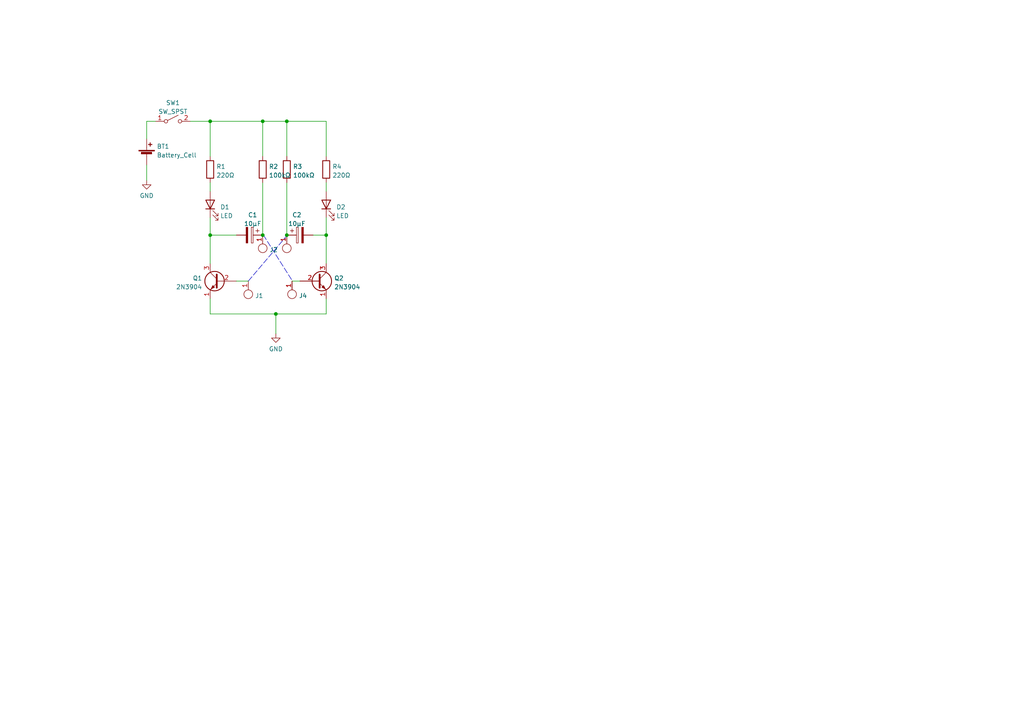
<source format=kicad_sch>
(kicad_sch (version 20211123) (generator eeschema)
  (paper "A4")
  (lib_symbols
    (symbol "Blinky:Jumper_1"
      (property "Reference" "J" (at 0 -2.54 0))
      (symbol "Jumper_1_0_1"
        (circle (center 0 0) (radius 1.27) (stroke (width 0.1524)))
      )
      (symbol "Jumper_1_1_1"
        (pin unspecified line (at 3.81 0 180) (length 2.54) (name "") (number "1"))
      )
    )
    (symbol "Device:Battery_Cell" (pin_numbers hide) (pin_names (offset 0) hide)
      (property "Reference" "BT" (at 2.54 2.54 0))
      (property "Value" "Battery_Cell" (at 2.54 0 0))
      (symbol "Battery_Cell_0_1"
        (rectangle (start -2.286 1.778) (end 2.286 1.524) (fill (type outline)))
        (rectangle (start -1.5748 1.1938) (end 1.4732 0.6858) (fill (type outline)))
        (polyline (pts (xy 0 0.762) (xy 0 0)))
        (polyline (pts (xy 0 1.778) (xy 0 2.54)))
        (polyline (pts (xy 0.508 3.429) (xy 1.524 3.429)) (stroke (width 0.254)))
        (polyline (pts (xy 1.016 3.937) (xy 1.016 2.921)) (stroke (width 0.254)))
      )
      (symbol "Battery_Cell_1_1"
        (pin passive line (at 0 5.08 270) (length 2.54) (name "+") (number "1"))
        (pin passive line (at 0 -2.54 90) (length 2.54) (name "-") (number "2"))
      )
    )
    (symbol "Device:C_Polarized" (pin_numbers hide) (pin_names (offset 0.254))
      (property "Reference" "C" (at 0.635 2.54 0))
      (property "Value" "C_Polarized" (at 0.635 -2.54 0))
      (symbol "C_Polarized_0_1"
        (rectangle (start -2.286 0.508) (end 2.286 1.016))
        (polyline (pts (xy -1.778 2.286) (xy -0.762 2.286)))
        (polyline (pts (xy -1.27 2.794) (xy -1.27 1.778)))
        (rectangle (start 2.286 -0.508) (end -2.286 -1.016) (fill (type outline)))
      )
      (symbol "C_Polarized_1_1"
        (pin passive line (at 0 3.81 270) (length 2.794) (name "~") (number "1"))
        (pin passive line (at 0 -3.81 90) (length 2.794) (name "~") (number "2"))
      )
    )
    (symbol "Device:LED" (pin_numbers hide) (pin_names (offset 1.016) hide)
      (property "Reference" "D" (at 0 2.54 0))
      (property "Value" "LED" (at 0 -2.54 0))
      (symbol "LED_0_1"
        (polyline (pts (xy -1.27 -1.27) (xy -1.27 1.27)) (stroke (width 0.254)))
        (polyline (pts (xy -1.27 0) (xy 1.27 0)))
        (polyline (pts (xy 1.27 -1.27) (xy 1.27 1.27) (xy -1.27 0) (xy 1.27 -1.27)) (stroke (width 0.254)))
        (polyline (pts (xy -3.048 -0.762) (xy -4.572 -2.286) (xy -3.81 -2.286) (xy -4.572 -2.286) (xy -4.572 -1.524)))
        (polyline (pts (xy -1.778 -0.762) (xy -3.302 -2.286) (xy -2.54 -2.286) (xy -3.302 -2.286) (xy -3.302 -1.524)))
      )
      (symbol "LED_1_1"
        (pin passive line (at -3.81 0 0) (length 2.54) (name "K") (number "1"))
        (pin passive line (at 3.81 0 180) (length 2.54) (name "A") (number "2"))
      )
    )
    (symbol "Device:R" (pin_numbers hide) (pin_names (offset 0))
      (property "Reference" "R" (at 2.032 0 90))
      (property "Value" "R" (at 0 0 90))
      (symbol "R_0_1"
        (rectangle (start -1.016 -2.54) (end 1.016 2.54) (stroke (width 0.254)))
      )
      (symbol "R_1_1"
        (pin passive line (at 0 3.81 270) (length 1.27) (name "~") (number "1"))
        (pin passive line (at 0 -3.81 90) (length 1.27) (name "~") (number "2"))
      )
    )
    (symbol "Switch:SW_SPST" (pin_names (offset 0) hide)
      (property "Reference" "SW" (at 0 3.175 0))
      (property "Value" "SW_SPST" (at 0 -2.54 0))
      (symbol "SW_SPST_0_0"
        (circle (center -2.032 0) (radius 0.508))
        (polyline (pts (xy -1.524 0.254) (xy 1.524 1.778)))
        (circle (center 2.032 0) (radius 0.508))
      )
      (symbol "SW_SPST_1_1"
        (pin passive line (at -5.08 0 0) (length 2.54) (name "A") (number "1"))
        (pin passive line (at 5.08 0 180) (length 2.54) (name "B") (number "2"))
      )
    )
    (symbol "Transistor_BJT:2N3904" (pin_names (offset 0) hide)
      (property "Reference" "Q" (at 5.08 1.905 0))
      (property "Value" "2N3904" (at 5.08 0 0))
      (symbol "2N3904_0_1"
        (polyline (pts (xy 0.635 0.635) (xy 2.54 2.54)))
        (polyline (pts (xy 0.635 -0.635) (xy 2.54 -2.54) (xy 2.54 -2.54)))
        (polyline (pts (xy 0.635 1.905) (xy 0.635 -1.905) (xy 0.635 -1.905)) (stroke (width 0.508)))
        (polyline (pts (xy 1.27 -1.778) (xy 1.778 -1.27) (xy 2.286 -2.286) (xy 1.27 -1.778) (xy 1.27 -1.778)) (fill (type outline)))
        (circle (center 1.27 0) (radius 2.8194) (stroke (width 0.254)))
      )
      (symbol "2N3904_1_1"
        (pin passive line (at 2.54 -5.08 90) (length 2.54) (name "E") (number "1"))
        (pin passive line (at -5.08 0 0) (length 5.715) (name "B") (number "2"))
        (pin passive line (at 2.54 5.08 270) (length 2.54) (name "C") (number "3"))
      )
    )
    (symbol "power:GND" (power) (pin_names (offset 0))
      (property "Value" "GND" (at 0 -3.81 0))
      (symbol "GND_0_1"
        (polyline (pts (xy 0 0) (xy 0 -1.27) (xy 1.27 -1.27) (xy 0 -2.54) (xy -1.27 -1.27) (xy 0 -1.27)))
      )
      (symbol "GND_1_1"
        (pin power_in line (at 0 0 270) (length 0) hide (name "GND") (number "1"))
      )
    )
  )
  (junction (at 76.2 35.179))
  (junction (at 60.96 35.179))
  (junction (at 94.615 68.199))
  (junction (at 80.01 91.059))
  (junction (at 83.185 35.179))
  (junction (at 60.96 68.199))
  (junction (at 83.185 68.199))
  (junction (at 76.2 68.199))
  (wire (pts (xy 60.96 63.119) (xy 60.96 68.199)))
  (wire (pts (xy 84.709 81.534) (xy 86.995 81.534)))
  (wire (pts (xy 42.545 52.324) (xy 42.545 47.879)))
  (polyline (pts (xy 72.009 81.534) (xy 83.439 68.072)))
  (wire (pts (xy 42.545 40.259) (xy 42.545 35.179)))
  (wire (pts (xy 83.185 35.179) (xy 76.2 35.179)))
  (wire (pts (xy 55.245 35.179) (xy 60.96 35.179)))
  (wire (pts (xy 76.2 35.179) (xy 76.2 45.339)))
  (wire (pts (xy 60.96 52.959) (xy 60.96 55.499)))
  (wire (pts (xy 60.96 68.199) (xy 60.96 76.454)))
  (wire (pts (xy 60.96 91.059) (xy 80.01 91.059)))
  (wire (pts (xy 80.01 91.059) (xy 80.01 96.774)))
  (wire (pts (xy 94.615 68.199) (xy 94.615 76.454)))
  (wire (pts (xy 83.185 52.959) (xy 83.185 68.199)))
  (wire (pts (xy 94.615 91.059) (xy 94.615 86.614)))
  (wire (pts (xy 94.615 52.959) (xy 94.615 55.499)))
  (wire (pts (xy 42.545 35.179) (xy 45.085 35.179)))
  (wire (pts (xy 80.01 91.059) (xy 94.615 91.059)))
  (wire (pts (xy 60.96 35.179) (xy 60.96 45.339)))
  (wire (pts (xy 94.615 35.179) (xy 83.185 35.179)))
  (wire (pts (xy 76.2 35.179) (xy 60.96 35.179)))
  (wire (pts (xy 60.96 68.199) (xy 68.58 68.199)))
  (wire (pts (xy 60.96 86.614) (xy 60.96 91.059)))
  (wire (pts (xy 68.58 81.534) (xy 72.009 81.534)))
  (wire (pts (xy 94.615 45.339) (xy 94.615 35.179)))
  (wire (pts (xy 90.805 68.199) (xy 94.615 68.199)))
  (wire (pts (xy 94.615 63.119) (xy 94.615 68.199)))
  (wire (pts (xy 83.185 35.179) (xy 83.185 45.339)))
  (polyline (pts (xy 76.327 68.072) (xy 84.836 81.534)))
  (wire (pts (xy 76.2 52.959) (xy 76.2 68.199)))
  (symbol (lib_id "Blinky:Jumper_1") (at 76.2 72.009 90) (unit 1)
    (property "Reference" "J2" (at 78.1812 72.4428 90) (effects (justify right)))
    (property "Value" "Jumper_1" (effects hide))
    (property "Footprint" "TestPoint:TestPoint_THTPad_2.0x2.0mm_Drill1.0mm" (effects hide))
  )
  (symbol (lib_id "Device:R") (at 94.615 49.149 0) (unit 1)
    (property "Reference" "R4" (at 96.393 48.3143 0) (effects (justify left)))
    (property "Value" "220Ω" (at 96.393 50.8512 0) (effects (justify left)))
    (property "Footprint" "Resistor_THT:R_Axial_DIN0207_L6.3mm_D2.5mm_P2.54mm_Vertical" (effects hide))
  )
  (symbol (lib_id "Transistor_BJT:2N3904") (at 92.075 81.534 0) (unit 1)
    (property "Reference" "Q2" (at 96.9264 80.6993 0) (effects (justify left)))
    (property "Value" "2N3904" (at 96.9264 83.2362 0) (effects (justify left)))
    (property "Footprint" "Package_TO_SOT_THT:TO-92_Inline" (effects hide))
    (property "Datasheet" "https://www.onsemi.com/pub/Collateral/2N3903-D.PDF" (effects hide))
  )
  (symbol (lib_id "Device:R") (at 83.185 49.149 0) (unit 1)
    (property "Reference" "R3" (at 84.963 48.3143 0) (effects (justify left)))
    (property "Value" "100kΩ" (at 84.963 50.8512 0) (effects (justify left)))
    (property "Footprint" "Resistor_THT:R_Axial_DIN0207_L6.3mm_D2.5mm_P2.54mm_Vertical" (effects hide))
  )
  (symbol (lib_id "Blinky:Jumper_1") (at 83.185 72.009 90) (unit 1)
    (property "Reference" "J3" (at 85.1662 72.4428 90) (effects (justify right)))
    (property "Value" "Jumper_1" (effects hide))
    (property "Footprint" "TestPoint:TestPoint_THTPad_2.0x2.0mm_Drill1.0mm" (effects hide))
    (property "Reference" "J3" (effects hide))
    (property "Value" "Jumper_1" (effects hide))
  )
  (symbol (lib_id "Device:LED") (at 60.96 59.309 90) (unit 1)
    (property "Reference" "D1" (at 63.881 60.0618 90) (effects (justify right)))
    (property "Value" "LED" (at 63.881 62.5987 90) (effects (justify right)))
    (property "Footprint" "LED_THT:LED_D5.0mm" (effects hide))
  )
  (symbol (lib_id "Device:LED") (at 94.615 59.309 90) (unit 1)
    (property "Reference" "D2" (at 97.536 60.0618 90) (effects (justify right)))
    (property "Value" "LED" (at 97.536 62.5987 90) (effects (justify right)))
    (property "Footprint" "LED_THT:LED_D5.0mm" (effects hide))
  )
  (symbol (lib_id "power:GND") (at 80.01 96.774 0) (unit 1)
    (property "Reference" "#PWR0101" (effects hide))
    (property "Value" "GND" (at 80.01 101.2174 0))
  )
  (symbol (lib_id "Device:R") (at 76.2 49.149 0) (unit 1)
    (property "Reference" "R2" (at 77.978 48.3143 0) (effects (justify left)))
    (property "Value" "100kΩ" (at 77.978 50.8512 0) (effects (justify left)))
    (property "Footprint" "Resistor_THT:R_Axial_DIN0207_L6.3mm_D2.5mm_P2.54mm_Vertical" (effects hide))
  )
  (symbol (lib_id "Blinky:Jumper_1") (at 72.009 85.344 90) (unit 1)
    (property "Reference" "J1" (at 73.9902 85.7778 90) (effects (justify right)))
    (property "Value" "Jumper_1" (effects hide))
    (property "Footprint" "TestPoint:TestPoint_THTPad_2.0x2.0mm_Drill1.0mm" (effects hide))
  )
  (symbol (lib_id "Transistor_BJT:2N3904") (at 63.5 81.534 0) (mirror y) (unit 1)
    (property "Reference" "Q1" (at 58.6487 80.6993 0) (effects (justify left)))
    (property "Value" "2N3904" (at 58.6487 83.2362 0) (effects (justify left)))
    (property "Footprint" "Package_TO_SOT_THT:TO-92_Inline" (effects hide))
    (property "Datasheet" "https://www.onsemi.com/pub/Collateral/2N3903-D.PDF" (effects hide))
  )
  (symbol (lib_id "Device:C_Polarized") (at 86.995 68.199 90) (mirror x) (unit 1)
    (property "Reference" "C2" (at 86.106 62.3402 90))
    (property "Value" "10μF" (at 86.106 64.8771 90))
    (property "Footprint" "Capacitor_THT:CP_Radial_D5.0mm_P2.50mm" (effects hide))
  )
  (symbol (lib_id "Blinky:Jumper_1") (at 84.709 85.344 90) (unit 1)
    (property "Reference" "J4" (at 86.6902 85.7778 90) (effects (justify right)))
    (property "Value" "Jumper_1" (effects hide))
    (property "Footprint" "TestPoint:TestPoint_THTPad_2.0x2.0mm_Drill1.0mm" (effects hide))
  )
  (symbol (lib_id "power:GND") (at 42.545 52.324 0) (unit 1)
    (property "Reference" "#PWR0102" (effects hide))
    (property "Value" "GND" (at 42.545 56.7674 0))
  )
  (symbol (lib_id "Device:Battery_Cell") (at 42.545 45.339 0) (unit 1)
    (property "Reference" "BT1" (at 45.466 42.4723 0) (effects (justify left)))
    (property "Value" "Battery_Cell" (at 45.466 45.0092 0) (effects (justify left)))
    (property "Footprint" "Battery:BatteryHolder_Keystone_3000_1x12mm" (effects hide))
  )
  (symbol (lib_id "Device:C_Polarized") (at 72.39 68.199 270) (unit 1)
    (property "Reference" "C1" (at 73.279 62.3402 90))
    (property "Value" "10μF" (at 73.279 64.8771 90))
    (property "Footprint" "Capacitor_THT:CP_Radial_D5.0mm_P2.50mm" (effects hide))
  )
  (symbol (lib_id "Switch:SW_SPST") (at 50.165 35.179 0) (unit 1)
    (property "Reference" "SW1" (at 50.165 29.8282 0))
    (property "Value" "SW_SPST" (at 50.165 32.3651 0))
    (property "Footprint" "Blinky_ZAM:SSK-1202" (effects hide))
  )
  (symbol (lib_id "Device:R") (at 60.96 49.149 0) (unit 1)
    (property "Reference" "R1" (at 62.738 48.3143 0) (effects (justify left)))
    (property "Value" "220Ω" (at 62.738 50.8512 0) (effects (justify left)))
    (property "Footprint" "Resistor_THT:R_Axial_DIN0207_L6.3mm_D2.5mm_P2.54mm_Vertical" (effects hide))
  )
)
</source>
